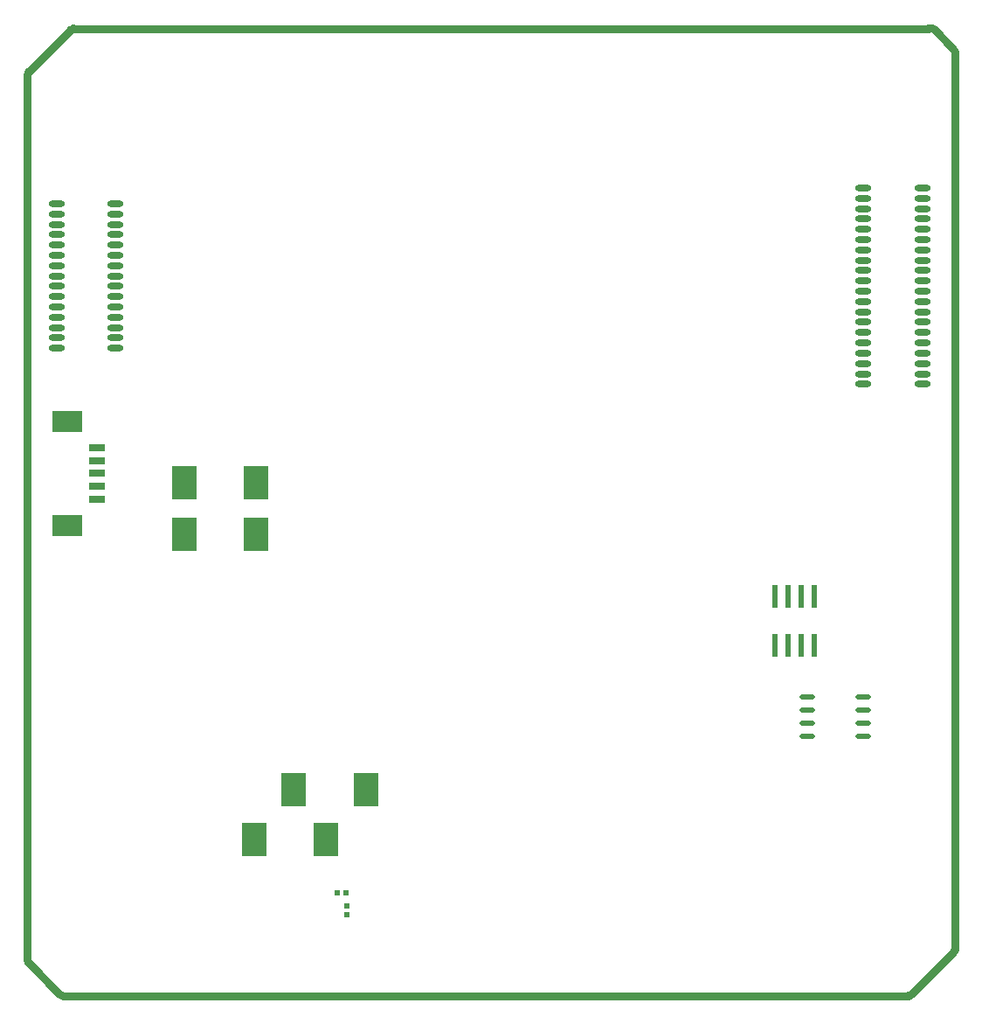
<source format=gtp>
G04 Layer_Color=8421504*
%FSLAX43Y43*%
%MOMM*%
G71*
G01*
G75*
%ADD10R,3.000X2.100*%
%ADD11R,1.600X0.800*%
%ADD12O,1.600X0.600*%
%ADD13O,1.500X0.550*%
%ADD14R,2.400X3.300*%
%ADD15R,0.559X2.184*%
%ADD16R,0.559X0.610*%
%ADD17R,0.610X0.559*%
%ADD22C,0.762*%
%ADD23C,0.762*%
D10*
X4142Y46305D02*
D03*
Y56405D02*
D03*
D11*
X7042Y48855D02*
D03*
Y50105D02*
D03*
Y51355D02*
D03*
Y52605D02*
D03*
Y53855D02*
D03*
D12*
X8824Y63470D02*
D03*
Y64470D02*
D03*
Y65470D02*
D03*
Y66470D02*
D03*
Y67470D02*
D03*
Y68470D02*
D03*
Y69470D02*
D03*
Y70470D02*
D03*
Y71470D02*
D03*
Y72470D02*
D03*
Y73470D02*
D03*
Y74470D02*
D03*
Y75470D02*
D03*
Y76470D02*
D03*
Y77470D02*
D03*
X3124D02*
D03*
Y76470D02*
D03*
Y75470D02*
D03*
Y74470D02*
D03*
Y73470D02*
D03*
Y72470D02*
D03*
Y71470D02*
D03*
Y70470D02*
D03*
Y69470D02*
D03*
Y68470D02*
D03*
Y67470D02*
D03*
Y66470D02*
D03*
Y65470D02*
D03*
Y64470D02*
D03*
Y63470D02*
D03*
X81331Y59994D02*
D03*
Y60994D02*
D03*
Y61994D02*
D03*
Y62994D02*
D03*
Y63994D02*
D03*
Y64994D02*
D03*
Y65994D02*
D03*
Y66994D02*
D03*
Y67994D02*
D03*
Y68994D02*
D03*
Y69994D02*
D03*
Y70994D02*
D03*
Y71994D02*
D03*
Y72994D02*
D03*
Y73994D02*
D03*
Y74994D02*
D03*
Y75994D02*
D03*
Y76994D02*
D03*
Y77994D02*
D03*
Y78994D02*
D03*
X87031D02*
D03*
Y77994D02*
D03*
Y76994D02*
D03*
Y75994D02*
D03*
Y74994D02*
D03*
Y73994D02*
D03*
Y72994D02*
D03*
Y71994D02*
D03*
Y70994D02*
D03*
Y69994D02*
D03*
Y68994D02*
D03*
Y67994D02*
D03*
Y66994D02*
D03*
Y65994D02*
D03*
Y64994D02*
D03*
Y63994D02*
D03*
Y62994D02*
D03*
Y61994D02*
D03*
Y60994D02*
D03*
Y59994D02*
D03*
D13*
X75921Y29743D02*
D03*
Y28473D02*
D03*
Y27203D02*
D03*
Y25933D02*
D03*
X81321Y29743D02*
D03*
Y28473D02*
D03*
Y27203D02*
D03*
Y25933D02*
D03*
D14*
X22255Y15900D02*
D03*
X29205D02*
D03*
X26141Y20752D02*
D03*
X33091D02*
D03*
X15524Y45441D02*
D03*
X22474D02*
D03*
X15524Y50444D02*
D03*
X22474D02*
D03*
D15*
X72720Y34747D02*
D03*
X73990D02*
D03*
X75260D02*
D03*
X76530D02*
D03*
Y39472D02*
D03*
X75260D02*
D03*
X73990D02*
D03*
X72720D02*
D03*
D16*
X30366Y10744D02*
D03*
X31204D02*
D03*
D17*
X31242Y8649D02*
D03*
Y9487D02*
D03*
D22*
X3439Y925D02*
G03*
X3439Y924I270J269D01*
G01*
X3464Y899D02*
G03*
X3734Y787I270J269D01*
G01*
X305Y4216D02*
G03*
X417Y3947I381J0D01*
G01*
X305Y4216D02*
G03*
X416Y3947I381J0D01*
G01*
X3464Y899D02*
G03*
X3734Y787I269J269D01*
G01*
X416Y90236D02*
G03*
X305Y89967I269J-269D01*
G01*
X417Y90237D02*
G03*
X305Y89967I269J-270D01*
G01*
X4775Y94437D02*
G03*
X4505Y94325I0J-381D01*
G01*
X4775Y94437D02*
G03*
X4506Y94326I0J-381D01*
G01*
X85700Y787D02*
G03*
X85969Y899I0J381D01*
G01*
X85700Y787D02*
G03*
X85969Y899I0J381D01*
G01*
X90058Y4988D02*
G03*
X90170Y5258I-269J270D01*
G01*
X90058Y4988D02*
G03*
X90170Y5258I-269J269D01*
G01*
X88153Y94376D02*
G03*
X87694Y94437I-269J-269D01*
G01*
X88154Y94376D02*
G03*
X87694Y94437I-270J-269D01*
G01*
X90170Y92202D02*
G03*
X90058Y92471I-381J0D01*
G01*
X90170Y92202D02*
G03*
X90058Y92472I-381J0D01*
G01*
X3464Y899D02*
X3464Y899D01*
X3439Y924D02*
X3464Y899D01*
X3439Y924D02*
X3439Y924D01*
X3439Y925D02*
X3439Y924D01*
X417Y3947D02*
X3439Y925D01*
X416Y3947D02*
X417Y3947D01*
X3734Y787D02*
X84506D01*
X305Y4216D02*
Y89967D01*
X416Y90236D02*
X417Y90237D01*
X4505Y94325D01*
X4506Y94326D01*
X4775Y94437D02*
X4801D01*
X87694D01*
X84506Y787D02*
X85700D01*
X85969Y899D02*
X85969Y899D01*
X90058Y4988D01*
X90058Y4988D01*
X90170Y5258D02*
Y91821D01*
Y92202D01*
X90058Y92472D02*
X90058Y92471D01*
X88154Y94376D02*
X90058Y92472D01*
X88153Y94376D02*
X88154Y94376D01*
D23*
X3439Y924D02*
D03*
M02*

</source>
